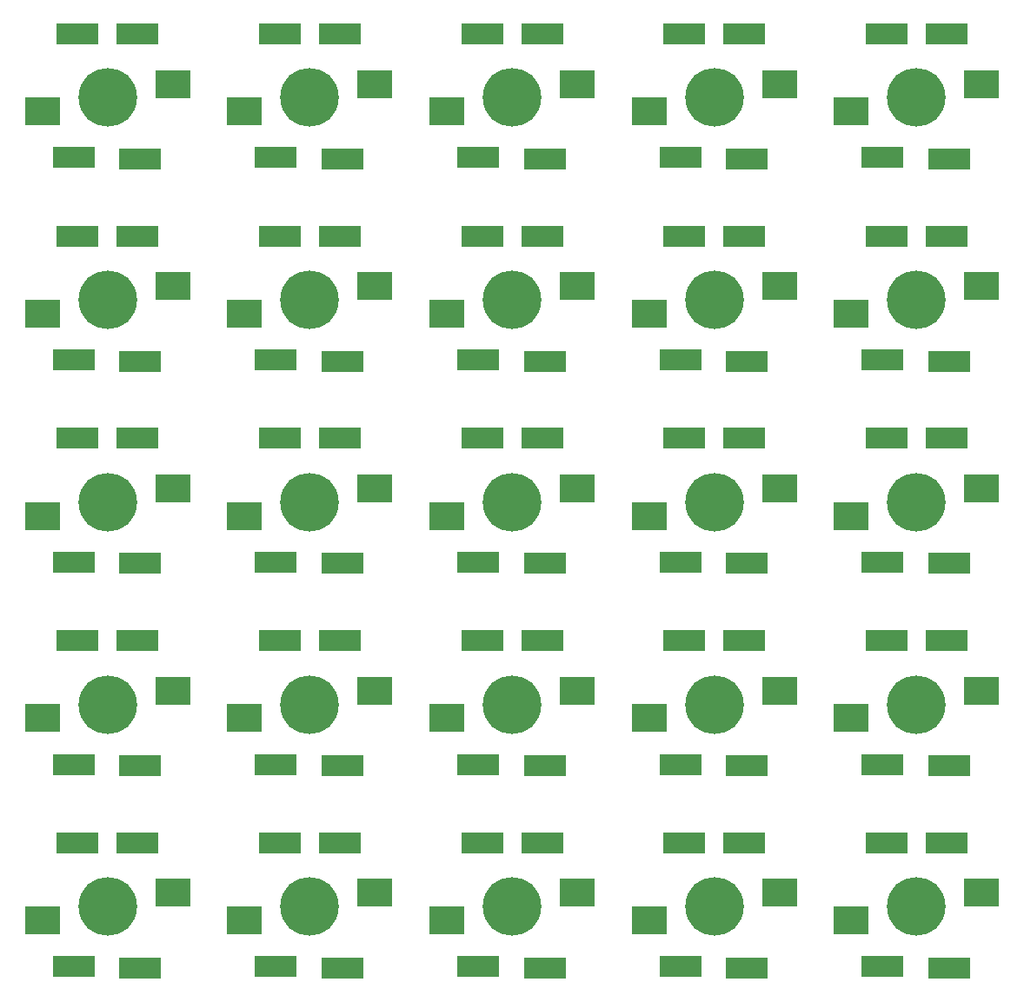
<source format=gbr>
%TF.GenerationSoftware,KiCad,Pcbnew,7.0.9-7.0.9~ubuntu22.04.1*%
%TF.CreationDate,2023-12-17T21:38:24+01:00*%
%TF.ProjectId,StarPCB_panelized,53746172-5043-4425-9f70-616e656c697a,rev?*%
%TF.SameCoordinates,Original*%
%TF.FileFunction,Soldermask,Top*%
%TF.FilePolarity,Negative*%
%FSLAX46Y46*%
G04 Gerber Fmt 4.6, Leading zero omitted, Abs format (unit mm)*
G04 Created by KiCad (PCBNEW 7.0.9-7.0.9~ubuntu22.04.1) date 2023-12-17 21:38:24*
%MOMM*%
%LPD*%
G01*
G04 APERTURE LIST*
G04 Aperture macros list*
%AMRoundRect*
0 Rectangle with rounded corners*
0 $1 Rounding radius*
0 $2 $3 $4 $5 $6 $7 $8 $9 X,Y pos of 4 corners*
0 Add a 4 corners polygon primitive as box body*
4,1,4,$2,$3,$4,$5,$6,$7,$8,$9,$2,$3,0*
0 Add four circle primitives for the rounded corners*
1,1,$1+$1,$2,$3*
1,1,$1+$1,$4,$5*
1,1,$1+$1,$6,$7*
1,1,$1+$1,$8,$9*
0 Add four rect primitives between the rounded corners*
20,1,$1+$1,$2,$3,$4,$5,0*
20,1,$1+$1,$4,$5,$6,$7,0*
20,1,$1+$1,$6,$7,$8,$9,0*
20,1,$1+$1,$8,$9,$2,$3,0*%
G04 Aperture macros list end*
%ADD10RoundRect,0.020000X-1.980000X-0.980000X1.980000X-0.980000X1.980000X0.980000X-1.980000X0.980000X0*%
%ADD11R,3.500000X2.700000*%
%ADD12C,5.700000*%
G04 APERTURE END LIST*
D10*
%TO.C,J1*%
X183431000Y-66423000D03*
%TD*%
%TO.C,J2*%
X144285000Y-157415000D03*
%TD*%
%TO.C,J1*%
X124331000Y-66423000D03*
%TD*%
%TO.C,J2*%
X163985000Y-98315000D03*
%TD*%
%TO.C,J1*%
X183431000Y-125523000D03*
%TD*%
D11*
%TO.C,D1*%
X115062000Y-73994000D03*
X127762000Y-71294000D03*
D12*
X121412000Y-72644000D03*
%TD*%
D10*
%TO.C,J5*%
X177589000Y-145223000D03*
%TD*%
D11*
%TO.C,D1*%
X154462000Y-113394000D03*
X167162000Y-110694000D03*
D12*
X160812000Y-112044000D03*
%TD*%
D10*
%TO.C,J1*%
X183431000Y-86123000D03*
%TD*%
%TO.C,J1*%
X203131000Y-66423000D03*
%TD*%
%TO.C,J5*%
X118489000Y-105823000D03*
%TD*%
D11*
%TO.C,D1*%
X174162000Y-133094000D03*
X186862000Y-130394000D03*
D12*
X180512000Y-131744000D03*
%TD*%
D10*
%TO.C,J4*%
X177210000Y-117886000D03*
%TD*%
%TO.C,J4*%
X196910000Y-78486000D03*
%TD*%
%TO.C,J5*%
X197289000Y-125523000D03*
%TD*%
D11*
%TO.C,D1*%
X174162000Y-152794000D03*
X186862000Y-150094000D03*
D12*
X180512000Y-151444000D03*
%TD*%
D10*
%TO.C,J5*%
X197289000Y-86123000D03*
%TD*%
D11*
%TO.C,D1*%
X134762000Y-113394000D03*
X147462000Y-110694000D03*
D12*
X141112000Y-112044000D03*
%TD*%
D10*
%TO.C,J1*%
X124331000Y-105823000D03*
%TD*%
%TO.C,J1*%
X144031000Y-125523000D03*
%TD*%
%TO.C,J2*%
X203385000Y-78615000D03*
%TD*%
%TO.C,J5*%
X138189000Y-66423000D03*
%TD*%
%TO.C,J4*%
X137810000Y-78486000D03*
%TD*%
%TO.C,J4*%
X118110000Y-78486000D03*
%TD*%
%TO.C,J5*%
X118489000Y-66423000D03*
%TD*%
%TO.C,J2*%
X144285000Y-98315000D03*
%TD*%
%TO.C,J5*%
X177589000Y-86123000D03*
%TD*%
%TO.C,J2*%
X124585000Y-137715000D03*
%TD*%
D11*
%TO.C,D1*%
X154462000Y-93694000D03*
X167162000Y-90994000D03*
D12*
X160812000Y-92344000D03*
%TD*%
D10*
%TO.C,J5*%
X197289000Y-66423000D03*
%TD*%
%TO.C,J4*%
X157510000Y-117886000D03*
%TD*%
%TO.C,J5*%
X118489000Y-125523000D03*
%TD*%
%TO.C,J1*%
X203131000Y-125523000D03*
%TD*%
%TO.C,J2*%
X124585000Y-157415000D03*
%TD*%
%TO.C,J2*%
X183685000Y-98315000D03*
%TD*%
%TO.C,J1*%
X203131000Y-105823000D03*
%TD*%
%TO.C,J4*%
X177210000Y-98186000D03*
%TD*%
%TO.C,J4*%
X196910000Y-157286000D03*
%TD*%
%TO.C,J4*%
X137810000Y-157286000D03*
%TD*%
%TO.C,J4*%
X118110000Y-117886000D03*
%TD*%
%TO.C,J5*%
X138189000Y-145223000D03*
%TD*%
%TO.C,J5*%
X118489000Y-145223000D03*
%TD*%
%TO.C,J2*%
X163985000Y-137715000D03*
%TD*%
%TO.C,J4*%
X177210000Y-137586000D03*
%TD*%
D11*
%TO.C,D1*%
X193862000Y-152794000D03*
X206562000Y-150094000D03*
D12*
X200212000Y-151444000D03*
%TD*%
D10*
%TO.C,J2*%
X183685000Y-157415000D03*
%TD*%
%TO.C,J2*%
X203385000Y-98315000D03*
%TD*%
%TO.C,J1*%
X124331000Y-145223000D03*
%TD*%
D11*
%TO.C,D1*%
X134762000Y-133094000D03*
X147462000Y-130394000D03*
D12*
X141112000Y-131744000D03*
%TD*%
D10*
%TO.C,J2*%
X183685000Y-78615000D03*
%TD*%
%TO.C,J1*%
X163731000Y-66423000D03*
%TD*%
%TO.C,J1*%
X144031000Y-145223000D03*
%TD*%
%TO.C,J4*%
X137810000Y-98186000D03*
%TD*%
%TO.C,J2*%
X124585000Y-118015000D03*
%TD*%
%TO.C,J5*%
X157889000Y-86123000D03*
%TD*%
%TO.C,J1*%
X203131000Y-145223000D03*
%TD*%
%TO.C,J1*%
X144031000Y-105823000D03*
%TD*%
%TO.C,J2*%
X203385000Y-118015000D03*
%TD*%
D11*
%TO.C,D1*%
X154462000Y-133094000D03*
X167162000Y-130394000D03*
D12*
X160812000Y-131744000D03*
%TD*%
D10*
%TO.C,J5*%
X157889000Y-66423000D03*
%TD*%
%TO.C,J1*%
X124331000Y-125523000D03*
%TD*%
%TO.C,J1*%
X183431000Y-145223000D03*
%TD*%
%TO.C,J4*%
X118110000Y-98186000D03*
%TD*%
%TO.C,J2*%
X203385000Y-157415000D03*
%TD*%
%TO.C,J5*%
X138189000Y-86123000D03*
%TD*%
%TO.C,J4*%
X196910000Y-137586000D03*
%TD*%
%TO.C,J2*%
X183685000Y-137715000D03*
%TD*%
%TO.C,J1*%
X183431000Y-105823000D03*
%TD*%
%TO.C,J1*%
X144031000Y-66423000D03*
%TD*%
%TO.C,J5*%
X177589000Y-125523000D03*
%TD*%
D11*
%TO.C,D1*%
X193862000Y-113394000D03*
X206562000Y-110694000D03*
D12*
X200212000Y-112044000D03*
%TD*%
D10*
%TO.C,J5*%
X177589000Y-66423000D03*
%TD*%
%TO.C,J4*%
X177210000Y-157286000D03*
%TD*%
%TO.C,J2*%
X124585000Y-98315000D03*
%TD*%
%TO.C,J5*%
X197289000Y-145223000D03*
%TD*%
%TO.C,J1*%
X163731000Y-105823000D03*
%TD*%
D11*
%TO.C,D1*%
X193862000Y-93694000D03*
X206562000Y-90994000D03*
D12*
X200212000Y-92344000D03*
%TD*%
D10*
%TO.C,J5*%
X157889000Y-105823000D03*
%TD*%
%TO.C,J2*%
X163985000Y-157415000D03*
%TD*%
%TO.C,J4*%
X196910000Y-98186000D03*
%TD*%
D11*
%TO.C,D1*%
X174162000Y-113394000D03*
X186862000Y-110694000D03*
D12*
X180512000Y-112044000D03*
%TD*%
D10*
%TO.C,J4*%
X137810000Y-137586000D03*
%TD*%
%TO.C,J1*%
X124331000Y-86123000D03*
%TD*%
%TO.C,J1*%
X163731000Y-125523000D03*
%TD*%
%TO.C,J1*%
X203131000Y-86123000D03*
%TD*%
%TO.C,J1*%
X163731000Y-145223000D03*
%TD*%
D11*
%TO.C,D1*%
X174162000Y-73994000D03*
X186862000Y-71294000D03*
D12*
X180512000Y-72644000D03*
%TD*%
D11*
%TO.C,D1*%
X193862000Y-73994000D03*
X206562000Y-71294000D03*
D12*
X200212000Y-72644000D03*
%TD*%
D10*
%TO.C,J5*%
X157889000Y-145223000D03*
%TD*%
%TO.C,J2*%
X144285000Y-118015000D03*
%TD*%
D11*
%TO.C,D1*%
X134762000Y-152794000D03*
X147462000Y-150094000D03*
D12*
X141112000Y-151444000D03*
%TD*%
D10*
%TO.C,J4*%
X157510000Y-98186000D03*
%TD*%
D11*
%TO.C,D1*%
X154462000Y-152794000D03*
X167162000Y-150094000D03*
D12*
X160812000Y-151444000D03*
%TD*%
D11*
%TO.C,D1*%
X115062000Y-133094000D03*
X127762000Y-130394000D03*
D12*
X121412000Y-131744000D03*
%TD*%
D10*
%TO.C,J2*%
X183685000Y-118015000D03*
%TD*%
%TO.C,J5*%
X138189000Y-125523000D03*
%TD*%
%TO.C,J4*%
X118110000Y-157286000D03*
%TD*%
D11*
%TO.C,D1*%
X115062000Y-93694000D03*
X127762000Y-90994000D03*
D12*
X121412000Y-92344000D03*
%TD*%
D10*
%TO.C,J5*%
X138189000Y-105823000D03*
%TD*%
D11*
%TO.C,D1*%
X115062000Y-113394000D03*
X127762000Y-110694000D03*
D12*
X121412000Y-112044000D03*
%TD*%
D10*
%TO.C,J2*%
X144285000Y-137715000D03*
%TD*%
%TO.C,J5*%
X177589000Y-105823000D03*
%TD*%
D11*
%TO.C,D1*%
X154462000Y-73994000D03*
X167162000Y-71294000D03*
D12*
X160812000Y-72644000D03*
%TD*%
D11*
%TO.C,D1*%
X134762000Y-73994000D03*
X147462000Y-71294000D03*
D12*
X141112000Y-72644000D03*
%TD*%
D10*
%TO.C,J4*%
X118110000Y-137586000D03*
%TD*%
%TO.C,J4*%
X157510000Y-78486000D03*
%TD*%
%TO.C,J5*%
X157889000Y-125523000D03*
%TD*%
D11*
%TO.C,D1*%
X134762000Y-93694000D03*
X147462000Y-90994000D03*
D12*
X141112000Y-92344000D03*
%TD*%
D10*
%TO.C,J4*%
X177210000Y-78486000D03*
%TD*%
%TO.C,J2*%
X163985000Y-118015000D03*
%TD*%
%TO.C,J4*%
X196910000Y-117886000D03*
%TD*%
%TO.C,J2*%
X163985000Y-78615000D03*
%TD*%
%TO.C,J1*%
X163731000Y-86123000D03*
%TD*%
%TO.C,J4*%
X137810000Y-117886000D03*
%TD*%
%TO.C,J4*%
X157510000Y-157286000D03*
%TD*%
D11*
%TO.C,D1*%
X174162000Y-93694000D03*
X186862000Y-90994000D03*
D12*
X180512000Y-92344000D03*
%TD*%
D10*
%TO.C,J2*%
X203385000Y-137715000D03*
%TD*%
%TO.C,J2*%
X124585000Y-78615000D03*
%TD*%
%TO.C,J5*%
X118489000Y-86123000D03*
%TD*%
D11*
%TO.C,D1*%
X193862000Y-133094000D03*
X206562000Y-130394000D03*
D12*
X200212000Y-131744000D03*
%TD*%
D11*
%TO.C,D1*%
X115062000Y-152794000D03*
X127762000Y-150094000D03*
D12*
X121412000Y-151444000D03*
%TD*%
D10*
%TO.C,J2*%
X144285000Y-78615000D03*
%TD*%
%TO.C,J1*%
X144031000Y-86123000D03*
%TD*%
%TO.C,J4*%
X157510000Y-137586000D03*
%TD*%
%TO.C,J5*%
X197289000Y-105823000D03*
%TD*%
M02*

</source>
